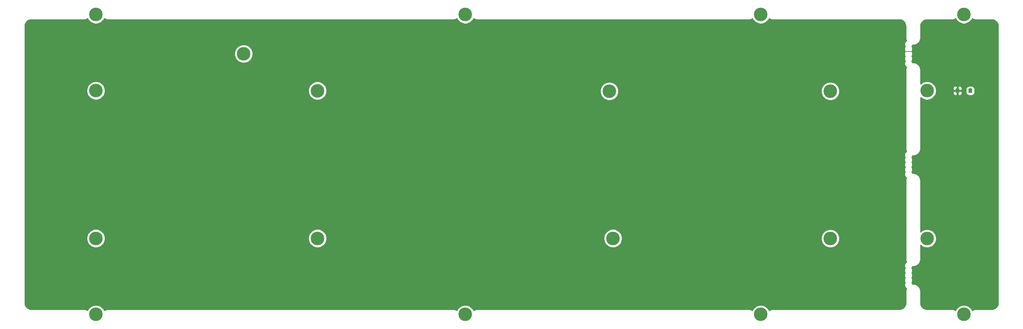
<source format=gbr>
G04 #@! TF.GenerationSoftware,KiCad,Pcbnew,(5.1.10-1-10_14)*
G04 #@! TF.CreationDate,2021-08-09T18:52:42-05:00*
G04 #@! TF.ProjectId,ori_bottom_plate,6f72695f-626f-4747-946f-6d5f706c6174,rev?*
G04 #@! TF.SameCoordinates,Original*
G04 #@! TF.FileFunction,Copper,L1,Top*
G04 #@! TF.FilePolarity,Positive*
%FSLAX46Y46*%
G04 Gerber Fmt 4.6, Leading zero omitted, Abs format (unit mm)*
G04 Created by KiCad (PCBNEW (5.1.10-1-10_14)) date 2021-08-09 18:52:42*
%MOMM*%
%LPD*%
G01*
G04 APERTURE LIST*
G04 #@! TA.AperFunction,ComponentPad*
%ADD10C,3.500000*%
G04 #@! TD*
G04 #@! TA.AperFunction,ViaPad*
%ADD11C,0.500000*%
G04 #@! TD*
G04 #@! TA.AperFunction,Conductor*
%ADD12C,0.250000*%
G04 #@! TD*
G04 #@! TA.AperFunction,Conductor*
%ADD13C,0.130000*%
G04 #@! TD*
G04 #@! TA.AperFunction,Conductor*
%ADD14C,0.254000*%
G04 #@! TD*
G04 #@! TA.AperFunction,Conductor*
%ADD15C,0.100000*%
G04 #@! TD*
G04 APERTURE END LIST*
D10*
X389361002Y-117264265D03*
X389361002Y-39873575D03*
X336973458Y-117264265D03*
X336973458Y-39873575D03*
X260773394Y-117264265D03*
X260773394Y-39873575D03*
X165523314Y-117264265D03*
X165523314Y-39873575D03*
G04 #@! TA.AperFunction,SMDPad,CuDef*
G36*
G01*
X388211370Y-59168840D02*
X388211370Y-59868840D01*
G75*
G02*
X387961370Y-60118840I-250000J0D01*
G01*
X387461370Y-60118840D01*
G75*
G02*
X387211370Y-59868840I0J250000D01*
G01*
X387211370Y-59168840D01*
G75*
G02*
X387461370Y-58918840I250000J0D01*
G01*
X387961370Y-58918840D01*
G75*
G02*
X388211370Y-59168840I0J-250000D01*
G01*
G37*
G04 #@! TD.AperFunction*
G04 #@! TA.AperFunction,SMDPad,CuDef*
G36*
G01*
X391511370Y-59168840D02*
X391511370Y-59868840D01*
G75*
G02*
X391261370Y-60118840I-250000J0D01*
G01*
X390761370Y-60118840D01*
G75*
G02*
X390511370Y-59868840I0J250000D01*
G01*
X390511370Y-59168840D01*
G75*
G02*
X390761370Y-58918840I250000J0D01*
G01*
X391261370Y-58918840D01*
G75*
G02*
X391511370Y-59168840I0J-250000D01*
G01*
G37*
G04 #@! TD.AperFunction*
X379836330Y-97659743D03*
X379836330Y-59518840D03*
X203623090Y-49993800D03*
X354920000Y-97660000D03*
X354920000Y-59660000D03*
X298848130Y-97631660D03*
X297920000Y-59660000D03*
X222647810Y-97631660D03*
X222647810Y-59531500D03*
X165523314Y-59518904D03*
X165497570Y-97631660D03*
D11*
X373287865Y-49398485D03*
X385194165Y-59518840D03*
D12*
X387711370Y-59518840D02*
X385194165Y-59518840D01*
D13*
X376859755Y-49398485D02*
X373287865Y-49398485D01*
D14*
X391559387Y-40919636D02*
X391612974Y-40955238D01*
X391666083Y-40991603D01*
X391674803Y-40996318D01*
X391777389Y-41050863D01*
X391836852Y-41075371D01*
X391896029Y-41100735D01*
X391905499Y-41103666D01*
X392016725Y-41137247D01*
X392079819Y-41149740D01*
X392142792Y-41163125D01*
X392152651Y-41164161D01*
X392268281Y-41175499D01*
X392268282Y-41175499D01*
X392302712Y-41178889D01*
X396470431Y-41178760D01*
X396829101Y-41213928D01*
X397140721Y-41308012D01*
X397428128Y-41460828D01*
X397680375Y-41666557D01*
X397887864Y-41917367D01*
X398042684Y-42203701D01*
X398138940Y-42514654D01*
X398176411Y-42871163D01*
X398176410Y-114253099D01*
X398141242Y-114611772D01*
X398047158Y-114923390D01*
X397894340Y-115210799D01*
X397688613Y-115463045D01*
X397437803Y-115670534D01*
X397151469Y-115825354D01*
X396840516Y-115921610D01*
X396484014Y-115959080D01*
X392302712Y-115958951D01*
X392272620Y-115961914D01*
X392269065Y-115961889D01*
X392259199Y-115962856D01*
X392202080Y-115968859D01*
X392198405Y-115969221D01*
X392198282Y-115969258D01*
X392143651Y-115975000D01*
X392080621Y-115987938D01*
X392017399Y-115999998D01*
X392007919Y-116002861D01*
X392007914Y-116002862D01*
X392007912Y-116002863D01*
X392007909Y-116002864D01*
X391896920Y-116037221D01*
X391837639Y-116062140D01*
X391777936Y-116086262D01*
X391769183Y-116090916D01*
X391666981Y-116146176D01*
X391613638Y-116182157D01*
X391559783Y-116217398D01*
X391552101Y-116223663D01*
X391521844Y-116248694D01*
X391474562Y-116134544D01*
X391213552Y-115743916D01*
X390881351Y-115411715D01*
X390490723Y-115150705D01*
X390056681Y-114970919D01*
X389595904Y-114879265D01*
X389126100Y-114879265D01*
X388665323Y-114970919D01*
X388231281Y-115150705D01*
X387840653Y-115411715D01*
X387508452Y-115743916D01*
X387247442Y-116134544D01*
X387200120Y-116248790D01*
X387162617Y-116218204D01*
X387109064Y-116182624D01*
X387055922Y-116146237D01*
X387047201Y-116141522D01*
X386944616Y-116086977D01*
X386885139Y-116062463D01*
X386825975Y-116037105D01*
X386816505Y-116034174D01*
X386705279Y-116000593D01*
X386642186Y-115988101D01*
X386579213Y-115974715D01*
X386569354Y-115973679D01*
X386453723Y-115962341D01*
X386453717Y-115962341D01*
X386419300Y-115958952D01*
X379871047Y-115959080D01*
X379512378Y-115923912D01*
X379200760Y-115829828D01*
X378913351Y-115677010D01*
X378661105Y-115471283D01*
X378453616Y-115220473D01*
X378298796Y-114934139D01*
X378202540Y-114623186D01*
X378165070Y-114266687D01*
X378165070Y-111276368D01*
X378161566Y-111240790D01*
X378161566Y-111225337D01*
X378160529Y-111215478D01*
X378134627Y-110984556D01*
X378121255Y-110921644D01*
X378108749Y-110858485D01*
X378105817Y-110849015D01*
X378035555Y-110627523D01*
X378010214Y-110568399D01*
X377985683Y-110508882D01*
X377980968Y-110500161D01*
X377869023Y-110296534D01*
X377832685Y-110243464D01*
X377797055Y-110189836D01*
X377790736Y-110182198D01*
X377641371Y-110004192D01*
X377595422Y-109959196D01*
X377550051Y-109913507D01*
X377542368Y-109907242D01*
X377361273Y-109761638D01*
X377307477Y-109726435D01*
X377254078Y-109690417D01*
X377245325Y-109685763D01*
X377039398Y-109578107D01*
X376979712Y-109553992D01*
X376920411Y-109529064D01*
X376910921Y-109526199D01*
X376688005Y-109460591D01*
X376624787Y-109448531D01*
X376561756Y-109435593D01*
X376551894Y-109434626D01*
X376551890Y-109434626D01*
X376320476Y-109413566D01*
X376256161Y-109414015D01*
X376191780Y-109413566D01*
X376181914Y-109414533D01*
X376058145Y-109427542D01*
X376043676Y-109354802D01*
X375965655Y-109166444D01*
X375875622Y-109031700D01*
X375965655Y-108896956D01*
X376043676Y-108708598D01*
X376083450Y-108508639D01*
X376083450Y-108304761D01*
X376043676Y-108104802D01*
X375965655Y-107916444D01*
X375875622Y-107781700D01*
X375965655Y-107646956D01*
X376043676Y-107458598D01*
X376083450Y-107258639D01*
X376083450Y-107054761D01*
X376043676Y-106854802D01*
X375965655Y-106666444D01*
X375875622Y-106531700D01*
X375965655Y-106396956D01*
X376043676Y-106208598D01*
X376083450Y-106008639D01*
X376083450Y-105804761D01*
X376043676Y-105604802D01*
X375965655Y-105416444D01*
X375875622Y-105281700D01*
X375965655Y-105146956D01*
X376043676Y-104958598D01*
X376063033Y-104861284D01*
X376208404Y-104874514D01*
X376272719Y-104874065D01*
X376337100Y-104874514D01*
X376346966Y-104873547D01*
X376578063Y-104849258D01*
X376641100Y-104836318D01*
X376704312Y-104824260D01*
X376713802Y-104821395D01*
X376935781Y-104752681D01*
X376995101Y-104727745D01*
X377054769Y-104703637D01*
X377063522Y-104698983D01*
X377267925Y-104588462D01*
X377321234Y-104552505D01*
X377375121Y-104517242D01*
X377382803Y-104510977D01*
X377561847Y-104362858D01*
X377607165Y-104317222D01*
X377653167Y-104272174D01*
X377659486Y-104264535D01*
X377806351Y-104084461D01*
X377841969Y-104030852D01*
X377878319Y-103977764D01*
X377883034Y-103969044D01*
X377992125Y-103763873D01*
X378016646Y-103704382D01*
X378041997Y-103645233D01*
X378044928Y-103635763D01*
X378112091Y-103413310D01*
X378124579Y-103350242D01*
X378137971Y-103287238D01*
X378139007Y-103277379D01*
X378161682Y-103046118D01*
X378161682Y-103046112D01*
X378165070Y-103011712D01*
X378165070Y-99361382D01*
X378315981Y-99512293D01*
X378706609Y-99773303D01*
X379140651Y-99953089D01*
X379601428Y-100044743D01*
X380071232Y-100044743D01*
X380532009Y-99953089D01*
X380966051Y-99773303D01*
X381356679Y-99512293D01*
X381688880Y-99180092D01*
X381949890Y-98789464D01*
X382129676Y-98355422D01*
X382221330Y-97894645D01*
X382221330Y-97424841D01*
X382129676Y-96964064D01*
X381949890Y-96530022D01*
X381688880Y-96139394D01*
X381356679Y-95807193D01*
X380966051Y-95546183D01*
X380532009Y-95366397D01*
X380071232Y-95274743D01*
X379601428Y-95274743D01*
X379140651Y-95366397D01*
X378706609Y-95546183D01*
X378315981Y-95807193D01*
X378165070Y-95958104D01*
X378165070Y-82701248D01*
X378161566Y-82665670D01*
X378161566Y-82650217D01*
X378160529Y-82640358D01*
X378134627Y-82409436D01*
X378121255Y-82346524D01*
X378108749Y-82283365D01*
X378105817Y-82273895D01*
X378035555Y-82052403D01*
X378010214Y-81993279D01*
X377985683Y-81933762D01*
X377980968Y-81925041D01*
X377869023Y-81721414D01*
X377832685Y-81668344D01*
X377797055Y-81614716D01*
X377790736Y-81607078D01*
X377641371Y-81429072D01*
X377595422Y-81384076D01*
X377550051Y-81338387D01*
X377542368Y-81332122D01*
X377361273Y-81186518D01*
X377307477Y-81151315D01*
X377254078Y-81115297D01*
X377245325Y-81110643D01*
X377039398Y-81002987D01*
X376979712Y-80978872D01*
X376920411Y-80953944D01*
X376910921Y-80951079D01*
X376688005Y-80885471D01*
X376624787Y-80873411D01*
X376561756Y-80860473D01*
X376551894Y-80859506D01*
X376551890Y-80859506D01*
X376320476Y-80838446D01*
X376256161Y-80838895D01*
X376191780Y-80838446D01*
X376181914Y-80839413D01*
X376058145Y-80852422D01*
X376043676Y-80779682D01*
X375965655Y-80591324D01*
X375875622Y-80456580D01*
X375965655Y-80321836D01*
X376043676Y-80133478D01*
X376083450Y-79933519D01*
X376083450Y-79729641D01*
X376043676Y-79529682D01*
X375965655Y-79341324D01*
X375875622Y-79206580D01*
X375965655Y-79071836D01*
X376043676Y-78883478D01*
X376083450Y-78683519D01*
X376083450Y-78479641D01*
X376043676Y-78279682D01*
X375965655Y-78091324D01*
X375875622Y-77956580D01*
X375965655Y-77821836D01*
X376043676Y-77633478D01*
X376083450Y-77433519D01*
X376083450Y-77229641D01*
X376043676Y-77029682D01*
X375965655Y-76841324D01*
X375875622Y-76706580D01*
X375965655Y-76571836D01*
X376043676Y-76383478D01*
X376063033Y-76286164D01*
X376208404Y-76299394D01*
X376272719Y-76298945D01*
X376337100Y-76299394D01*
X376346966Y-76298427D01*
X376578063Y-76274138D01*
X376641100Y-76261198D01*
X376704312Y-76249140D01*
X376713802Y-76246275D01*
X376935781Y-76177561D01*
X376995101Y-76152625D01*
X377054769Y-76128517D01*
X377063522Y-76123863D01*
X377267925Y-76013342D01*
X377321234Y-75977385D01*
X377375121Y-75942122D01*
X377382803Y-75935857D01*
X377561847Y-75787738D01*
X377607165Y-75742102D01*
X377653167Y-75697054D01*
X377659486Y-75689415D01*
X377806351Y-75509341D01*
X377841969Y-75455732D01*
X377878319Y-75402644D01*
X377883034Y-75393924D01*
X377992125Y-75188753D01*
X378016646Y-75129262D01*
X378041997Y-75070113D01*
X378044928Y-75060643D01*
X378112091Y-74838190D01*
X378124579Y-74775122D01*
X378137971Y-74712118D01*
X378139007Y-74702259D01*
X378161682Y-74470998D01*
X378161682Y-74470992D01*
X378165070Y-74436592D01*
X378165070Y-61220479D01*
X378315981Y-61371390D01*
X378706609Y-61632400D01*
X379140651Y-61812186D01*
X379601428Y-61903840D01*
X380071232Y-61903840D01*
X380532009Y-61812186D01*
X380966051Y-61632400D01*
X381356679Y-61371390D01*
X381688880Y-61039189D01*
X381949890Y-60648561D01*
X382129676Y-60214519D01*
X382148707Y-60118840D01*
X386573298Y-60118840D01*
X386585558Y-60243322D01*
X386621868Y-60363020D01*
X386680833Y-60473334D01*
X386760185Y-60570025D01*
X386856876Y-60649377D01*
X386967190Y-60708342D01*
X387086888Y-60744652D01*
X387211370Y-60756912D01*
X387425620Y-60753840D01*
X387584370Y-60595090D01*
X387584370Y-59645840D01*
X387838370Y-59645840D01*
X387838370Y-60595090D01*
X387997120Y-60753840D01*
X388211370Y-60756912D01*
X388335852Y-60744652D01*
X388455550Y-60708342D01*
X388565864Y-60649377D01*
X388662555Y-60570025D01*
X388741907Y-60473334D01*
X388800872Y-60363020D01*
X388837182Y-60243322D01*
X388849442Y-60118840D01*
X388846370Y-59804590D01*
X388687620Y-59645840D01*
X387838370Y-59645840D01*
X387584370Y-59645840D01*
X386735120Y-59645840D01*
X386576370Y-59804590D01*
X386573298Y-60118840D01*
X382148707Y-60118840D01*
X382221330Y-59753742D01*
X382221330Y-59283938D01*
X382148708Y-58918840D01*
X386573298Y-58918840D01*
X386576370Y-59233090D01*
X386735120Y-59391840D01*
X387584370Y-59391840D01*
X387584370Y-58442590D01*
X387838370Y-58442590D01*
X387838370Y-59391840D01*
X388687620Y-59391840D01*
X388846370Y-59233090D01*
X388846998Y-59168840D01*
X389873298Y-59168840D01*
X389873298Y-59868840D01*
X389890362Y-60042094D01*
X389940898Y-60208690D01*
X390022965Y-60362226D01*
X390133408Y-60496802D01*
X390267984Y-60607245D01*
X390421520Y-60689312D01*
X390588116Y-60739848D01*
X390761370Y-60756912D01*
X391261370Y-60756912D01*
X391434624Y-60739848D01*
X391601220Y-60689312D01*
X391754756Y-60607245D01*
X391889332Y-60496802D01*
X391999775Y-60362226D01*
X392081842Y-60208690D01*
X392132378Y-60042094D01*
X392149442Y-59868840D01*
X392149442Y-59168840D01*
X392132378Y-58995586D01*
X392081842Y-58828990D01*
X391999775Y-58675454D01*
X391889332Y-58540878D01*
X391754756Y-58430435D01*
X391601220Y-58348368D01*
X391434624Y-58297832D01*
X391261370Y-58280768D01*
X390761370Y-58280768D01*
X390588116Y-58297832D01*
X390421520Y-58348368D01*
X390267984Y-58430435D01*
X390133408Y-58540878D01*
X390022965Y-58675454D01*
X389940898Y-58828990D01*
X389890362Y-58995586D01*
X389873298Y-59168840D01*
X388846998Y-59168840D01*
X388849442Y-58918840D01*
X388837182Y-58794358D01*
X388800872Y-58674660D01*
X388741907Y-58564346D01*
X388662555Y-58467655D01*
X388565864Y-58388303D01*
X388455550Y-58329338D01*
X388335852Y-58293028D01*
X388211370Y-58280768D01*
X387997120Y-58283840D01*
X387838370Y-58442590D01*
X387584370Y-58442590D01*
X387425620Y-58283840D01*
X387211370Y-58280768D01*
X387086888Y-58293028D01*
X386967190Y-58329338D01*
X386856876Y-58388303D01*
X386760185Y-58467655D01*
X386680833Y-58564346D01*
X386621868Y-58674660D01*
X386585558Y-58794358D01*
X386573298Y-58918840D01*
X382148708Y-58918840D01*
X382129676Y-58823161D01*
X381949890Y-58389119D01*
X381688880Y-57998491D01*
X381356679Y-57666290D01*
X380966051Y-57405280D01*
X380532009Y-57225494D01*
X380071232Y-57133840D01*
X379601428Y-57133840D01*
X379140651Y-57225494D01*
X378706609Y-57405280D01*
X378315981Y-57666290D01*
X378165070Y-57817201D01*
X378165070Y-54126128D01*
X378161566Y-54090550D01*
X378161566Y-54075097D01*
X378160529Y-54065238D01*
X378134627Y-53834316D01*
X378121255Y-53771404D01*
X378108749Y-53708245D01*
X378105817Y-53698775D01*
X378035555Y-53477283D01*
X378010214Y-53418159D01*
X377985683Y-53358642D01*
X377980968Y-53349921D01*
X377869023Y-53146294D01*
X377832685Y-53093224D01*
X377797055Y-53039596D01*
X377790736Y-53031958D01*
X377641371Y-52853952D01*
X377595422Y-52808956D01*
X377550051Y-52763267D01*
X377542368Y-52757002D01*
X377361273Y-52611398D01*
X377307477Y-52576195D01*
X377254078Y-52540177D01*
X377245325Y-52535523D01*
X377039398Y-52427867D01*
X376979712Y-52403752D01*
X376920411Y-52378824D01*
X376910921Y-52375959D01*
X376688005Y-52310351D01*
X376624787Y-52298291D01*
X376561756Y-52285353D01*
X376551894Y-52284386D01*
X376551890Y-52284386D01*
X376320476Y-52263326D01*
X376256161Y-52263775D01*
X376191780Y-52263326D01*
X376181914Y-52264293D01*
X376060611Y-52277042D01*
X376043676Y-52191902D01*
X375965655Y-52003544D01*
X375875622Y-51868800D01*
X375965655Y-51734056D01*
X376043676Y-51545698D01*
X376083450Y-51345739D01*
X376083450Y-51141861D01*
X376043676Y-50941902D01*
X375965655Y-50753544D01*
X375875622Y-50618800D01*
X375965655Y-50484056D01*
X376043676Y-50295698D01*
X376083450Y-50095739D01*
X376083450Y-49891861D01*
X376043676Y-49691902D01*
X375965655Y-49503544D01*
X375875622Y-49368800D01*
X375965655Y-49234056D01*
X376043676Y-49045698D01*
X376083450Y-48845739D01*
X376083450Y-48641861D01*
X376043676Y-48441902D01*
X375965655Y-48253544D01*
X375875622Y-48118800D01*
X375965655Y-47984056D01*
X376043676Y-47795698D01*
X376060559Y-47710819D01*
X376208404Y-47724274D01*
X376272719Y-47723825D01*
X376337100Y-47724274D01*
X376346966Y-47723307D01*
X376578063Y-47699018D01*
X376641100Y-47686078D01*
X376704312Y-47674020D01*
X376713802Y-47671155D01*
X376935781Y-47602441D01*
X376995101Y-47577505D01*
X377054769Y-47553397D01*
X377063522Y-47548743D01*
X377267925Y-47438222D01*
X377321234Y-47402265D01*
X377375121Y-47367002D01*
X377382803Y-47360737D01*
X377561847Y-47212618D01*
X377607165Y-47166982D01*
X377653167Y-47121934D01*
X377659486Y-47114295D01*
X377806351Y-46934221D01*
X377841969Y-46880612D01*
X377878319Y-46827524D01*
X377883034Y-46818804D01*
X377992125Y-46613633D01*
X378016646Y-46554142D01*
X378041997Y-46494993D01*
X378044928Y-46485523D01*
X378112091Y-46263070D01*
X378124579Y-46200002D01*
X378137971Y-46136998D01*
X378139007Y-46127139D01*
X378161682Y-45895878D01*
X378161682Y-45895872D01*
X378165070Y-45861472D01*
X378165070Y-42884741D01*
X378200238Y-42526069D01*
X378294322Y-42214449D01*
X378447138Y-41927042D01*
X378652867Y-41674795D01*
X378903677Y-41467306D01*
X379190011Y-41312486D01*
X379500964Y-41216230D01*
X379857462Y-41178760D01*
X386419300Y-41178888D01*
X386449379Y-41175926D01*
X386452939Y-41175951D01*
X386462805Y-41174984D01*
X386520094Y-41168963D01*
X386523607Y-41168617D01*
X386523725Y-41168581D01*
X386578352Y-41162840D01*
X386641375Y-41149904D01*
X386704605Y-41137842D01*
X386714085Y-41134979D01*
X386714090Y-41134978D01*
X386714094Y-41134976D01*
X386825084Y-41100619D01*
X386884365Y-41075700D01*
X386944068Y-41051578D01*
X386952821Y-41046924D01*
X387055023Y-40991663D01*
X387108340Y-40955701D01*
X387162221Y-40920442D01*
X387169903Y-40914177D01*
X387200160Y-40889146D01*
X387247442Y-41003296D01*
X387508452Y-41393924D01*
X387840653Y-41726125D01*
X388231281Y-41987135D01*
X388665323Y-42166921D01*
X389126100Y-42258575D01*
X389595904Y-42258575D01*
X390056681Y-42166921D01*
X390490723Y-41987135D01*
X390881351Y-41726125D01*
X391213552Y-41393924D01*
X391474562Y-41003296D01*
X391521884Y-40889050D01*
X391559387Y-40919636D01*
G04 #@! TA.AperFunction,Conductor*
D15*
G36*
X391559387Y-40919636D02*
G01*
X391612974Y-40955238D01*
X391666083Y-40991603D01*
X391674803Y-40996318D01*
X391777389Y-41050863D01*
X391836852Y-41075371D01*
X391896029Y-41100735D01*
X391905499Y-41103666D01*
X392016725Y-41137247D01*
X392079819Y-41149740D01*
X392142792Y-41163125D01*
X392152651Y-41164161D01*
X392268281Y-41175499D01*
X392268282Y-41175499D01*
X392302712Y-41178889D01*
X396470431Y-41178760D01*
X396829101Y-41213928D01*
X397140721Y-41308012D01*
X397428128Y-41460828D01*
X397680375Y-41666557D01*
X397887864Y-41917367D01*
X398042684Y-42203701D01*
X398138940Y-42514654D01*
X398176411Y-42871163D01*
X398176410Y-114253099D01*
X398141242Y-114611772D01*
X398047158Y-114923390D01*
X397894340Y-115210799D01*
X397688613Y-115463045D01*
X397437803Y-115670534D01*
X397151469Y-115825354D01*
X396840516Y-115921610D01*
X396484014Y-115959080D01*
X392302712Y-115958951D01*
X392272620Y-115961914D01*
X392269065Y-115961889D01*
X392259199Y-115962856D01*
X392202080Y-115968859D01*
X392198405Y-115969221D01*
X392198282Y-115969258D01*
X392143651Y-115975000D01*
X392080621Y-115987938D01*
X392017399Y-115999998D01*
X392007919Y-116002861D01*
X392007914Y-116002862D01*
X392007912Y-116002863D01*
X392007909Y-116002864D01*
X391896920Y-116037221D01*
X391837639Y-116062140D01*
X391777936Y-116086262D01*
X391769183Y-116090916D01*
X391666981Y-116146176D01*
X391613638Y-116182157D01*
X391559783Y-116217398D01*
X391552101Y-116223663D01*
X391521844Y-116248694D01*
X391474562Y-116134544D01*
X391213552Y-115743916D01*
X390881351Y-115411715D01*
X390490723Y-115150705D01*
X390056681Y-114970919D01*
X389595904Y-114879265D01*
X389126100Y-114879265D01*
X388665323Y-114970919D01*
X388231281Y-115150705D01*
X387840653Y-115411715D01*
X387508452Y-115743916D01*
X387247442Y-116134544D01*
X387200120Y-116248790D01*
X387162617Y-116218204D01*
X387109064Y-116182624D01*
X387055922Y-116146237D01*
X387047201Y-116141522D01*
X386944616Y-116086977D01*
X386885139Y-116062463D01*
X386825975Y-116037105D01*
X386816505Y-116034174D01*
X386705279Y-116000593D01*
X386642186Y-115988101D01*
X386579213Y-115974715D01*
X386569354Y-115973679D01*
X386453723Y-115962341D01*
X386453717Y-115962341D01*
X386419300Y-115958952D01*
X379871047Y-115959080D01*
X379512378Y-115923912D01*
X379200760Y-115829828D01*
X378913351Y-115677010D01*
X378661105Y-115471283D01*
X378453616Y-115220473D01*
X378298796Y-114934139D01*
X378202540Y-114623186D01*
X378165070Y-114266687D01*
X378165070Y-111276368D01*
X378161566Y-111240790D01*
X378161566Y-111225337D01*
X378160529Y-111215478D01*
X378134627Y-110984556D01*
X378121255Y-110921644D01*
X378108749Y-110858485D01*
X378105817Y-110849015D01*
X378035555Y-110627523D01*
X378010214Y-110568399D01*
X377985683Y-110508882D01*
X377980968Y-110500161D01*
X377869023Y-110296534D01*
X377832685Y-110243464D01*
X377797055Y-110189836D01*
X377790736Y-110182198D01*
X377641371Y-110004192D01*
X377595422Y-109959196D01*
X377550051Y-109913507D01*
X377542368Y-109907242D01*
X377361273Y-109761638D01*
X377307477Y-109726435D01*
X377254078Y-109690417D01*
X377245325Y-109685763D01*
X377039398Y-109578107D01*
X376979712Y-109553992D01*
X376920411Y-109529064D01*
X376910921Y-109526199D01*
X376688005Y-109460591D01*
X376624787Y-109448531D01*
X376561756Y-109435593D01*
X376551894Y-109434626D01*
X376551890Y-109434626D01*
X376320476Y-109413566D01*
X376256161Y-109414015D01*
X376191780Y-109413566D01*
X376181914Y-109414533D01*
X376058145Y-109427542D01*
X376043676Y-109354802D01*
X375965655Y-109166444D01*
X375875622Y-109031700D01*
X375965655Y-108896956D01*
X376043676Y-108708598D01*
X376083450Y-108508639D01*
X376083450Y-108304761D01*
X376043676Y-108104802D01*
X375965655Y-107916444D01*
X375875622Y-107781700D01*
X375965655Y-107646956D01*
X376043676Y-107458598D01*
X376083450Y-107258639D01*
X376083450Y-107054761D01*
X376043676Y-106854802D01*
X375965655Y-106666444D01*
X375875622Y-106531700D01*
X375965655Y-106396956D01*
X376043676Y-106208598D01*
X376083450Y-106008639D01*
X376083450Y-105804761D01*
X376043676Y-105604802D01*
X375965655Y-105416444D01*
X375875622Y-105281700D01*
X375965655Y-105146956D01*
X376043676Y-104958598D01*
X376063033Y-104861284D01*
X376208404Y-104874514D01*
X376272719Y-104874065D01*
X376337100Y-104874514D01*
X376346966Y-104873547D01*
X376578063Y-104849258D01*
X376641100Y-104836318D01*
X376704312Y-104824260D01*
X376713802Y-104821395D01*
X376935781Y-104752681D01*
X376995101Y-104727745D01*
X377054769Y-104703637D01*
X377063522Y-104698983D01*
X377267925Y-104588462D01*
X377321234Y-104552505D01*
X377375121Y-104517242D01*
X377382803Y-104510977D01*
X377561847Y-104362858D01*
X377607165Y-104317222D01*
X377653167Y-104272174D01*
X377659486Y-104264535D01*
X377806351Y-104084461D01*
X377841969Y-104030852D01*
X377878319Y-103977764D01*
X377883034Y-103969044D01*
X377992125Y-103763873D01*
X378016646Y-103704382D01*
X378041997Y-103645233D01*
X378044928Y-103635763D01*
X378112091Y-103413310D01*
X378124579Y-103350242D01*
X378137971Y-103287238D01*
X378139007Y-103277379D01*
X378161682Y-103046118D01*
X378161682Y-103046112D01*
X378165070Y-103011712D01*
X378165070Y-99361382D01*
X378315981Y-99512293D01*
X378706609Y-99773303D01*
X379140651Y-99953089D01*
X379601428Y-100044743D01*
X380071232Y-100044743D01*
X380532009Y-99953089D01*
X380966051Y-99773303D01*
X381356679Y-99512293D01*
X381688880Y-99180092D01*
X381949890Y-98789464D01*
X382129676Y-98355422D01*
X382221330Y-97894645D01*
X382221330Y-97424841D01*
X382129676Y-96964064D01*
X381949890Y-96530022D01*
X381688880Y-96139394D01*
X381356679Y-95807193D01*
X380966051Y-95546183D01*
X380532009Y-95366397D01*
X380071232Y-95274743D01*
X379601428Y-95274743D01*
X379140651Y-95366397D01*
X378706609Y-95546183D01*
X378315981Y-95807193D01*
X378165070Y-95958104D01*
X378165070Y-82701248D01*
X378161566Y-82665670D01*
X378161566Y-82650217D01*
X378160529Y-82640358D01*
X378134627Y-82409436D01*
X378121255Y-82346524D01*
X378108749Y-82283365D01*
X378105817Y-82273895D01*
X378035555Y-82052403D01*
X378010214Y-81993279D01*
X377985683Y-81933762D01*
X377980968Y-81925041D01*
X377869023Y-81721414D01*
X377832685Y-81668344D01*
X377797055Y-81614716D01*
X377790736Y-81607078D01*
X377641371Y-81429072D01*
X377595422Y-81384076D01*
X377550051Y-81338387D01*
X377542368Y-81332122D01*
X377361273Y-81186518D01*
X377307477Y-81151315D01*
X377254078Y-81115297D01*
X377245325Y-81110643D01*
X377039398Y-81002987D01*
X376979712Y-80978872D01*
X376920411Y-80953944D01*
X376910921Y-80951079D01*
X376688005Y-80885471D01*
X376624787Y-80873411D01*
X376561756Y-80860473D01*
X376551894Y-80859506D01*
X376551890Y-80859506D01*
X376320476Y-80838446D01*
X376256161Y-80838895D01*
X376191780Y-80838446D01*
X376181914Y-80839413D01*
X376058145Y-80852422D01*
X376043676Y-80779682D01*
X375965655Y-80591324D01*
X375875622Y-80456580D01*
X375965655Y-80321836D01*
X376043676Y-80133478D01*
X376083450Y-79933519D01*
X376083450Y-79729641D01*
X376043676Y-79529682D01*
X375965655Y-79341324D01*
X375875622Y-79206580D01*
X375965655Y-79071836D01*
X376043676Y-78883478D01*
X376083450Y-78683519D01*
X376083450Y-78479641D01*
X376043676Y-78279682D01*
X375965655Y-78091324D01*
X375875622Y-77956580D01*
X375965655Y-77821836D01*
X376043676Y-77633478D01*
X376083450Y-77433519D01*
X376083450Y-77229641D01*
X376043676Y-77029682D01*
X375965655Y-76841324D01*
X375875622Y-76706580D01*
X375965655Y-76571836D01*
X376043676Y-76383478D01*
X376063033Y-76286164D01*
X376208404Y-76299394D01*
X376272719Y-76298945D01*
X376337100Y-76299394D01*
X376346966Y-76298427D01*
X376578063Y-76274138D01*
X376641100Y-76261198D01*
X376704312Y-76249140D01*
X376713802Y-76246275D01*
X376935781Y-76177561D01*
X376995101Y-76152625D01*
X377054769Y-76128517D01*
X377063522Y-76123863D01*
X377267925Y-76013342D01*
X377321234Y-75977385D01*
X377375121Y-75942122D01*
X377382803Y-75935857D01*
X377561847Y-75787738D01*
X377607165Y-75742102D01*
X377653167Y-75697054D01*
X377659486Y-75689415D01*
X377806351Y-75509341D01*
X377841969Y-75455732D01*
X377878319Y-75402644D01*
X377883034Y-75393924D01*
X377992125Y-75188753D01*
X378016646Y-75129262D01*
X378041997Y-75070113D01*
X378044928Y-75060643D01*
X378112091Y-74838190D01*
X378124579Y-74775122D01*
X378137971Y-74712118D01*
X378139007Y-74702259D01*
X378161682Y-74470998D01*
X378161682Y-74470992D01*
X378165070Y-74436592D01*
X378165070Y-61220479D01*
X378315981Y-61371390D01*
X378706609Y-61632400D01*
X379140651Y-61812186D01*
X379601428Y-61903840D01*
X380071232Y-61903840D01*
X380532009Y-61812186D01*
X380966051Y-61632400D01*
X381356679Y-61371390D01*
X381688880Y-61039189D01*
X381949890Y-60648561D01*
X382129676Y-60214519D01*
X382148707Y-60118840D01*
X386573298Y-60118840D01*
X386585558Y-60243322D01*
X386621868Y-60363020D01*
X386680833Y-60473334D01*
X386760185Y-60570025D01*
X386856876Y-60649377D01*
X386967190Y-60708342D01*
X387086888Y-60744652D01*
X387211370Y-60756912D01*
X387425620Y-60753840D01*
X387584370Y-60595090D01*
X387584370Y-59645840D01*
X387838370Y-59645840D01*
X387838370Y-60595090D01*
X387997120Y-60753840D01*
X388211370Y-60756912D01*
X388335852Y-60744652D01*
X388455550Y-60708342D01*
X388565864Y-60649377D01*
X388662555Y-60570025D01*
X388741907Y-60473334D01*
X388800872Y-60363020D01*
X388837182Y-60243322D01*
X388849442Y-60118840D01*
X388846370Y-59804590D01*
X388687620Y-59645840D01*
X387838370Y-59645840D01*
X387584370Y-59645840D01*
X386735120Y-59645840D01*
X386576370Y-59804590D01*
X386573298Y-60118840D01*
X382148707Y-60118840D01*
X382221330Y-59753742D01*
X382221330Y-59283938D01*
X382148708Y-58918840D01*
X386573298Y-58918840D01*
X386576370Y-59233090D01*
X386735120Y-59391840D01*
X387584370Y-59391840D01*
X387584370Y-58442590D01*
X387838370Y-58442590D01*
X387838370Y-59391840D01*
X388687620Y-59391840D01*
X388846370Y-59233090D01*
X388846998Y-59168840D01*
X389873298Y-59168840D01*
X389873298Y-59868840D01*
X389890362Y-60042094D01*
X389940898Y-60208690D01*
X390022965Y-60362226D01*
X390133408Y-60496802D01*
X390267984Y-60607245D01*
X390421520Y-60689312D01*
X390588116Y-60739848D01*
X390761370Y-60756912D01*
X391261370Y-60756912D01*
X391434624Y-60739848D01*
X391601220Y-60689312D01*
X391754756Y-60607245D01*
X391889332Y-60496802D01*
X391999775Y-60362226D01*
X392081842Y-60208690D01*
X392132378Y-60042094D01*
X392149442Y-59868840D01*
X392149442Y-59168840D01*
X392132378Y-58995586D01*
X392081842Y-58828990D01*
X391999775Y-58675454D01*
X391889332Y-58540878D01*
X391754756Y-58430435D01*
X391601220Y-58348368D01*
X391434624Y-58297832D01*
X391261370Y-58280768D01*
X390761370Y-58280768D01*
X390588116Y-58297832D01*
X390421520Y-58348368D01*
X390267984Y-58430435D01*
X390133408Y-58540878D01*
X390022965Y-58675454D01*
X389940898Y-58828990D01*
X389890362Y-58995586D01*
X389873298Y-59168840D01*
X388846998Y-59168840D01*
X388849442Y-58918840D01*
X388837182Y-58794358D01*
X388800872Y-58674660D01*
X388741907Y-58564346D01*
X388662555Y-58467655D01*
X388565864Y-58388303D01*
X388455550Y-58329338D01*
X388335852Y-58293028D01*
X388211370Y-58280768D01*
X387997120Y-58283840D01*
X387838370Y-58442590D01*
X387584370Y-58442590D01*
X387425620Y-58283840D01*
X387211370Y-58280768D01*
X387086888Y-58293028D01*
X386967190Y-58329338D01*
X386856876Y-58388303D01*
X386760185Y-58467655D01*
X386680833Y-58564346D01*
X386621868Y-58674660D01*
X386585558Y-58794358D01*
X386573298Y-58918840D01*
X382148708Y-58918840D01*
X382129676Y-58823161D01*
X381949890Y-58389119D01*
X381688880Y-57998491D01*
X381356679Y-57666290D01*
X380966051Y-57405280D01*
X380532009Y-57225494D01*
X380071232Y-57133840D01*
X379601428Y-57133840D01*
X379140651Y-57225494D01*
X378706609Y-57405280D01*
X378315981Y-57666290D01*
X378165070Y-57817201D01*
X378165070Y-54126128D01*
X378161566Y-54090550D01*
X378161566Y-54075097D01*
X378160529Y-54065238D01*
X378134627Y-53834316D01*
X378121255Y-53771404D01*
X378108749Y-53708245D01*
X378105817Y-53698775D01*
X378035555Y-53477283D01*
X378010214Y-53418159D01*
X377985683Y-53358642D01*
X377980968Y-53349921D01*
X377869023Y-53146294D01*
X377832685Y-53093224D01*
X377797055Y-53039596D01*
X377790736Y-53031958D01*
X377641371Y-52853952D01*
X377595422Y-52808956D01*
X377550051Y-52763267D01*
X377542368Y-52757002D01*
X377361273Y-52611398D01*
X377307477Y-52576195D01*
X377254078Y-52540177D01*
X377245325Y-52535523D01*
X377039398Y-52427867D01*
X376979712Y-52403752D01*
X376920411Y-52378824D01*
X376910921Y-52375959D01*
X376688005Y-52310351D01*
X376624787Y-52298291D01*
X376561756Y-52285353D01*
X376551894Y-52284386D01*
X376551890Y-52284386D01*
X376320476Y-52263326D01*
X376256161Y-52263775D01*
X376191780Y-52263326D01*
X376181914Y-52264293D01*
X376060611Y-52277042D01*
X376043676Y-52191902D01*
X375965655Y-52003544D01*
X375875622Y-51868800D01*
X375965655Y-51734056D01*
X376043676Y-51545698D01*
X376083450Y-51345739D01*
X376083450Y-51141861D01*
X376043676Y-50941902D01*
X375965655Y-50753544D01*
X375875622Y-50618800D01*
X375965655Y-50484056D01*
X376043676Y-50295698D01*
X376083450Y-50095739D01*
X376083450Y-49891861D01*
X376043676Y-49691902D01*
X375965655Y-49503544D01*
X375875622Y-49368800D01*
X375965655Y-49234056D01*
X376043676Y-49045698D01*
X376083450Y-48845739D01*
X376083450Y-48641861D01*
X376043676Y-48441902D01*
X375965655Y-48253544D01*
X375875622Y-48118800D01*
X375965655Y-47984056D01*
X376043676Y-47795698D01*
X376060559Y-47710819D01*
X376208404Y-47724274D01*
X376272719Y-47723825D01*
X376337100Y-47724274D01*
X376346966Y-47723307D01*
X376578063Y-47699018D01*
X376641100Y-47686078D01*
X376704312Y-47674020D01*
X376713802Y-47671155D01*
X376935781Y-47602441D01*
X376995101Y-47577505D01*
X377054769Y-47553397D01*
X377063522Y-47548743D01*
X377267925Y-47438222D01*
X377321234Y-47402265D01*
X377375121Y-47367002D01*
X377382803Y-47360737D01*
X377561847Y-47212618D01*
X377607165Y-47166982D01*
X377653167Y-47121934D01*
X377659486Y-47114295D01*
X377806351Y-46934221D01*
X377841969Y-46880612D01*
X377878319Y-46827524D01*
X377883034Y-46818804D01*
X377992125Y-46613633D01*
X378016646Y-46554142D01*
X378041997Y-46494993D01*
X378044928Y-46485523D01*
X378112091Y-46263070D01*
X378124579Y-46200002D01*
X378137971Y-46136998D01*
X378139007Y-46127139D01*
X378161682Y-45895878D01*
X378161682Y-45895872D01*
X378165070Y-45861472D01*
X378165070Y-42884741D01*
X378200238Y-42526069D01*
X378294322Y-42214449D01*
X378447138Y-41927042D01*
X378652867Y-41674795D01*
X378903677Y-41467306D01*
X379190011Y-41312486D01*
X379500964Y-41216230D01*
X379857462Y-41178760D01*
X386419300Y-41178888D01*
X386449379Y-41175926D01*
X386452939Y-41175951D01*
X386462805Y-41174984D01*
X386520094Y-41168963D01*
X386523607Y-41168617D01*
X386523725Y-41168581D01*
X386578352Y-41162840D01*
X386641375Y-41149904D01*
X386704605Y-41137842D01*
X386714085Y-41134979D01*
X386714090Y-41134978D01*
X386714094Y-41134976D01*
X386825084Y-41100619D01*
X386884365Y-41075700D01*
X386944068Y-41051578D01*
X386952821Y-41046924D01*
X387055023Y-40991663D01*
X387108340Y-40955701D01*
X387162221Y-40920442D01*
X387169903Y-40914177D01*
X387200160Y-40889146D01*
X387247442Y-41003296D01*
X387508452Y-41393924D01*
X387840653Y-41726125D01*
X388231281Y-41987135D01*
X388665323Y-42166921D01*
X389126100Y-42258575D01*
X389595904Y-42258575D01*
X390056681Y-42166921D01*
X390490723Y-41987135D01*
X390881351Y-41726125D01*
X391213552Y-41393924D01*
X391474562Y-41003296D01*
X391521884Y-40889050D01*
X391559387Y-40919636D01*
G37*
G04 #@! TD.AperFunction*
D14*
X339171843Y-40919636D02*
X339225430Y-40955238D01*
X339278539Y-40991603D01*
X339287259Y-40996318D01*
X339389845Y-41050863D01*
X339449308Y-41075371D01*
X339508485Y-41100735D01*
X339517955Y-41103666D01*
X339629181Y-41137247D01*
X339692275Y-41149740D01*
X339755248Y-41163125D01*
X339765107Y-41164161D01*
X339880737Y-41175499D01*
X339880739Y-41175499D01*
X339915149Y-41178888D01*
X372657822Y-41178759D01*
X373016501Y-41213928D01*
X373328121Y-41308012D01*
X373615528Y-41460828D01*
X373867775Y-41666557D01*
X374075264Y-41917367D01*
X374230084Y-42203701D01*
X374326340Y-42514654D01*
X374363810Y-42871153D01*
X374363811Y-45861472D01*
X374367314Y-45897040D01*
X374367314Y-45912503D01*
X374368351Y-45922362D01*
X374394253Y-46153284D01*
X374407625Y-46216196D01*
X374420131Y-46279355D01*
X374423063Y-46288824D01*
X374493325Y-46510317D01*
X374518666Y-46569441D01*
X374529513Y-46595759D01*
X374388676Y-46689863D01*
X374244513Y-46834026D01*
X374131245Y-47003544D01*
X374053224Y-47191902D01*
X374013450Y-47391861D01*
X374013450Y-47595739D01*
X374053224Y-47795698D01*
X374131245Y-47984056D01*
X374221278Y-48118800D01*
X374131245Y-48253544D01*
X374053224Y-48441902D01*
X374013450Y-48641861D01*
X374013450Y-48845739D01*
X374053224Y-49045698D01*
X374131245Y-49234056D01*
X374221278Y-49368800D01*
X374131245Y-49503544D01*
X374053224Y-49691902D01*
X374013450Y-49891861D01*
X374013450Y-50095739D01*
X374053224Y-50295698D01*
X374131245Y-50484056D01*
X374221278Y-50618800D01*
X374131245Y-50753544D01*
X374053224Y-50941902D01*
X374013450Y-51141861D01*
X374013450Y-51345739D01*
X374053224Y-51545698D01*
X374131245Y-51734056D01*
X374221278Y-51868800D01*
X374131245Y-52003544D01*
X374053224Y-52191902D01*
X374013450Y-52391861D01*
X374013450Y-52595739D01*
X374053224Y-52795698D01*
X374131245Y-52984056D01*
X374244513Y-53153574D01*
X374388676Y-53297737D01*
X374529415Y-53391775D01*
X374512234Y-53433458D01*
X374486883Y-53492607D01*
X374483952Y-53502077D01*
X374416789Y-53724530D01*
X374404300Y-53787605D01*
X374390909Y-53850602D01*
X374389873Y-53860461D01*
X374367198Y-54091722D01*
X374367198Y-54091729D01*
X374363810Y-54126129D01*
X374363811Y-74436592D01*
X374367314Y-74472160D01*
X374367314Y-74487623D01*
X374368351Y-74497482D01*
X374394253Y-74728404D01*
X374407625Y-74791316D01*
X374420131Y-74854475D01*
X374423063Y-74863944D01*
X374493325Y-75085437D01*
X374518666Y-75144561D01*
X374533605Y-75180805D01*
X374388676Y-75277643D01*
X374244513Y-75421806D01*
X374131245Y-75591324D01*
X374053224Y-75779682D01*
X374013450Y-75979641D01*
X374013450Y-76183519D01*
X374053224Y-76383478D01*
X374131245Y-76571836D01*
X374221278Y-76706580D01*
X374131245Y-76841324D01*
X374053224Y-77029682D01*
X374013450Y-77229641D01*
X374013450Y-77433519D01*
X374053224Y-77633478D01*
X374131245Y-77821836D01*
X374221278Y-77956580D01*
X374131245Y-78091324D01*
X374053224Y-78279682D01*
X374013450Y-78479641D01*
X374013450Y-78683519D01*
X374053224Y-78883478D01*
X374131245Y-79071836D01*
X374221278Y-79206580D01*
X374131245Y-79341324D01*
X374053224Y-79529682D01*
X374013450Y-79729641D01*
X374013450Y-79933519D01*
X374053224Y-80133478D01*
X374131245Y-80321836D01*
X374221278Y-80456580D01*
X374131245Y-80591324D01*
X374053224Y-80779682D01*
X374013450Y-80979641D01*
X374013450Y-81183519D01*
X374053224Y-81383478D01*
X374131245Y-81571836D01*
X374244513Y-81741354D01*
X374388676Y-81885517D01*
X374525324Y-81976822D01*
X374512234Y-82008578D01*
X374486883Y-82067727D01*
X374483952Y-82077197D01*
X374416789Y-82299650D01*
X374404300Y-82362725D01*
X374390909Y-82425722D01*
X374389873Y-82435581D01*
X374367198Y-82666842D01*
X374367198Y-82666849D01*
X374363810Y-82701249D01*
X374363811Y-103011712D01*
X374367314Y-103047280D01*
X374367314Y-103062743D01*
X374368351Y-103072602D01*
X374394253Y-103303524D01*
X374407625Y-103366436D01*
X374420131Y-103429595D01*
X374423063Y-103439064D01*
X374493325Y-103660557D01*
X374518666Y-103719681D01*
X374533605Y-103755925D01*
X374388676Y-103852763D01*
X374244513Y-103996926D01*
X374131245Y-104166444D01*
X374053224Y-104354802D01*
X374013450Y-104554761D01*
X374013450Y-104758639D01*
X374053224Y-104958598D01*
X374131245Y-105146956D01*
X374221278Y-105281700D01*
X374131245Y-105416444D01*
X374053224Y-105604802D01*
X374013450Y-105804761D01*
X374013450Y-106008639D01*
X374053224Y-106208598D01*
X374131245Y-106396956D01*
X374221278Y-106531700D01*
X374131245Y-106666444D01*
X374053224Y-106854802D01*
X374013450Y-107054761D01*
X374013450Y-107258639D01*
X374053224Y-107458598D01*
X374131245Y-107646956D01*
X374221278Y-107781700D01*
X374131245Y-107916444D01*
X374053224Y-108104802D01*
X374013450Y-108304761D01*
X374013450Y-108508639D01*
X374053224Y-108708598D01*
X374131245Y-108896956D01*
X374221278Y-109031700D01*
X374131245Y-109166444D01*
X374053224Y-109354802D01*
X374013450Y-109554761D01*
X374013450Y-109758639D01*
X374053224Y-109958598D01*
X374131245Y-110146956D01*
X374244513Y-110316474D01*
X374388676Y-110460637D01*
X374525324Y-110551942D01*
X374512234Y-110583698D01*
X374486883Y-110642847D01*
X374483952Y-110652317D01*
X374416789Y-110874770D01*
X374404300Y-110937845D01*
X374390909Y-111000842D01*
X374389873Y-111010701D01*
X374367198Y-111241962D01*
X374367198Y-111241969D01*
X374363810Y-111276369D01*
X374363811Y-114253089D01*
X374328642Y-114611772D01*
X374234558Y-114923390D01*
X374081740Y-115210799D01*
X373876013Y-115463045D01*
X373625203Y-115670534D01*
X373338869Y-115825354D01*
X373027916Y-115921610D01*
X372671409Y-115959081D01*
X339915149Y-115958952D01*
X339885076Y-115961914D01*
X339881521Y-115961889D01*
X339871655Y-115962856D01*
X339814230Y-115968891D01*
X339810842Y-115969225D01*
X339810729Y-115969259D01*
X339756107Y-115975000D01*
X339693077Y-115987938D01*
X339629855Y-115999998D01*
X339620375Y-116002861D01*
X339620370Y-116002862D01*
X339620368Y-116002863D01*
X339620365Y-116002864D01*
X339509376Y-116037221D01*
X339450095Y-116062140D01*
X339390392Y-116086262D01*
X339381639Y-116090916D01*
X339279437Y-116146176D01*
X339226094Y-116182157D01*
X339172239Y-116217398D01*
X339164557Y-116223663D01*
X339134300Y-116248694D01*
X339087018Y-116134544D01*
X338826008Y-115743916D01*
X338493807Y-115411715D01*
X338103179Y-115150705D01*
X337669137Y-114970919D01*
X337208360Y-114879265D01*
X336738556Y-114879265D01*
X336277779Y-114970919D01*
X335843737Y-115150705D01*
X335453109Y-115411715D01*
X335120908Y-115743916D01*
X334859898Y-116134544D01*
X334812576Y-116248790D01*
X334775073Y-116218204D01*
X334721520Y-116182624D01*
X334668378Y-116146237D01*
X334659657Y-116141522D01*
X334557072Y-116086977D01*
X334497595Y-116062463D01*
X334438431Y-116037105D01*
X334428961Y-116034174D01*
X334317735Y-116000593D01*
X334254642Y-115988101D01*
X334191669Y-115974715D01*
X334181810Y-115973679D01*
X334066460Y-115962369D01*
X334031770Y-115958952D01*
X263715082Y-115958952D01*
X263685009Y-115961914D01*
X263681457Y-115961889D01*
X263671591Y-115962856D01*
X263614210Y-115968887D01*
X263610775Y-115969225D01*
X263610660Y-115969260D01*
X263556043Y-115975000D01*
X263493013Y-115987938D01*
X263429791Y-115999998D01*
X263420311Y-116002861D01*
X263420306Y-116002862D01*
X263420304Y-116002863D01*
X263420301Y-116002864D01*
X263309312Y-116037221D01*
X263250031Y-116062140D01*
X263190328Y-116086262D01*
X263181575Y-116090916D01*
X263079373Y-116146176D01*
X263026030Y-116182157D01*
X262972175Y-116217398D01*
X262964493Y-116223663D01*
X262934236Y-116248694D01*
X262886954Y-116134544D01*
X262625944Y-115743916D01*
X262293743Y-115411715D01*
X261903115Y-115150705D01*
X261469073Y-114970919D01*
X261008296Y-114879265D01*
X260538492Y-114879265D01*
X260077715Y-114970919D01*
X259643673Y-115150705D01*
X259253045Y-115411715D01*
X258920844Y-115743916D01*
X258659834Y-116134544D01*
X258612512Y-116248790D01*
X258575009Y-116218204D01*
X258521456Y-116182624D01*
X258468314Y-116146237D01*
X258459593Y-116141522D01*
X258357008Y-116086977D01*
X258297531Y-116062463D01*
X258238367Y-116037105D01*
X258228897Y-116034174D01*
X258117671Y-116000593D01*
X258054578Y-115988101D01*
X257991605Y-115974715D01*
X257981746Y-115973679D01*
X257866396Y-115962369D01*
X257831706Y-115958952D01*
X168465002Y-115958952D01*
X168434929Y-115961914D01*
X168431377Y-115961889D01*
X168421511Y-115962856D01*
X168364130Y-115968887D01*
X168360695Y-115969225D01*
X168360580Y-115969260D01*
X168305963Y-115975000D01*
X168242933Y-115987938D01*
X168179711Y-115999998D01*
X168170231Y-116002861D01*
X168170226Y-116002862D01*
X168170224Y-116002863D01*
X168170221Y-116002864D01*
X168059232Y-116037221D01*
X167999951Y-116062140D01*
X167940248Y-116086262D01*
X167931495Y-116090916D01*
X167829293Y-116146176D01*
X167775950Y-116182157D01*
X167722095Y-116217398D01*
X167714413Y-116223663D01*
X167684156Y-116248694D01*
X167636874Y-116134544D01*
X167375864Y-115743916D01*
X167043663Y-115411715D01*
X166653035Y-115150705D01*
X166218993Y-114970919D01*
X165758216Y-114879265D01*
X165288412Y-114879265D01*
X164827635Y-114970919D01*
X164393593Y-115150705D01*
X164002965Y-115411715D01*
X163670764Y-115743916D01*
X163409754Y-116134544D01*
X163362432Y-116248790D01*
X163324929Y-116218204D01*
X163271376Y-116182624D01*
X163218234Y-116146237D01*
X163209513Y-116141522D01*
X163106928Y-116086977D01*
X163047451Y-116062463D01*
X162988287Y-116037105D01*
X162978817Y-116034174D01*
X162867591Y-116000593D01*
X162804498Y-115988101D01*
X162741525Y-115974715D01*
X162731666Y-115973679D01*
X162616035Y-115962341D01*
X162616033Y-115962341D01*
X162581619Y-115958952D01*
X148888834Y-115959080D01*
X148530158Y-115923912D01*
X148218540Y-115829828D01*
X147931131Y-115677010D01*
X147678885Y-115471283D01*
X147471396Y-115220473D01*
X147316576Y-114934139D01*
X147220320Y-114623186D01*
X147182850Y-114266687D01*
X147182850Y-97396758D01*
X163112570Y-97396758D01*
X163112570Y-97866562D01*
X163204224Y-98327339D01*
X163384010Y-98761381D01*
X163645020Y-99152009D01*
X163977221Y-99484210D01*
X164367849Y-99745220D01*
X164801891Y-99925006D01*
X165262668Y-100016660D01*
X165732472Y-100016660D01*
X166193249Y-99925006D01*
X166627291Y-99745220D01*
X167017919Y-99484210D01*
X167350120Y-99152009D01*
X167611130Y-98761381D01*
X167790916Y-98327339D01*
X167882570Y-97866562D01*
X167882570Y-97396758D01*
X220262810Y-97396758D01*
X220262810Y-97866562D01*
X220354464Y-98327339D01*
X220534250Y-98761381D01*
X220795260Y-99152009D01*
X221127461Y-99484210D01*
X221518089Y-99745220D01*
X221952131Y-99925006D01*
X222412908Y-100016660D01*
X222882712Y-100016660D01*
X223343489Y-99925006D01*
X223777531Y-99745220D01*
X224168159Y-99484210D01*
X224500360Y-99152009D01*
X224761370Y-98761381D01*
X224941156Y-98327339D01*
X225032810Y-97866562D01*
X225032810Y-97396758D01*
X296463130Y-97396758D01*
X296463130Y-97866562D01*
X296554784Y-98327339D01*
X296734570Y-98761381D01*
X296995580Y-99152009D01*
X297327781Y-99484210D01*
X297718409Y-99745220D01*
X298152451Y-99925006D01*
X298613228Y-100016660D01*
X299083032Y-100016660D01*
X299543809Y-99925006D01*
X299977851Y-99745220D01*
X300368479Y-99484210D01*
X300700680Y-99152009D01*
X300961690Y-98761381D01*
X301141476Y-98327339D01*
X301233130Y-97866562D01*
X301233130Y-97425098D01*
X352535000Y-97425098D01*
X352535000Y-97894902D01*
X352626654Y-98355679D01*
X352806440Y-98789721D01*
X353067450Y-99180349D01*
X353399651Y-99512550D01*
X353790279Y-99773560D01*
X354224321Y-99953346D01*
X354685098Y-100045000D01*
X355154902Y-100045000D01*
X355615679Y-99953346D01*
X356049721Y-99773560D01*
X356440349Y-99512550D01*
X356772550Y-99180349D01*
X357033560Y-98789721D01*
X357213346Y-98355679D01*
X357305000Y-97894902D01*
X357305000Y-97425098D01*
X357213346Y-96964321D01*
X357033560Y-96530279D01*
X356772550Y-96139651D01*
X356440349Y-95807450D01*
X356049721Y-95546440D01*
X355615679Y-95366654D01*
X355154902Y-95275000D01*
X354685098Y-95275000D01*
X354224321Y-95366654D01*
X353790279Y-95546440D01*
X353399651Y-95807450D01*
X353067450Y-96139651D01*
X352806440Y-96530279D01*
X352626654Y-96964321D01*
X352535000Y-97425098D01*
X301233130Y-97425098D01*
X301233130Y-97396758D01*
X301141476Y-96935981D01*
X300961690Y-96501939D01*
X300700680Y-96111311D01*
X300368479Y-95779110D01*
X299977851Y-95518100D01*
X299543809Y-95338314D01*
X299083032Y-95246660D01*
X298613228Y-95246660D01*
X298152451Y-95338314D01*
X297718409Y-95518100D01*
X297327781Y-95779110D01*
X296995580Y-96111311D01*
X296734570Y-96501939D01*
X296554784Y-96935981D01*
X296463130Y-97396758D01*
X225032810Y-97396758D01*
X224941156Y-96935981D01*
X224761370Y-96501939D01*
X224500360Y-96111311D01*
X224168159Y-95779110D01*
X223777531Y-95518100D01*
X223343489Y-95338314D01*
X222882712Y-95246660D01*
X222412908Y-95246660D01*
X221952131Y-95338314D01*
X221518089Y-95518100D01*
X221127461Y-95779110D01*
X220795260Y-96111311D01*
X220534250Y-96501939D01*
X220354464Y-96935981D01*
X220262810Y-97396758D01*
X167882570Y-97396758D01*
X167790916Y-96935981D01*
X167611130Y-96501939D01*
X167350120Y-96111311D01*
X167017919Y-95779110D01*
X166627291Y-95518100D01*
X166193249Y-95338314D01*
X165732472Y-95246660D01*
X165262668Y-95246660D01*
X164801891Y-95338314D01*
X164367849Y-95518100D01*
X163977221Y-95779110D01*
X163645020Y-96111311D01*
X163384010Y-96501939D01*
X163204224Y-96935981D01*
X163112570Y-97396758D01*
X147182850Y-97396758D01*
X147182850Y-59284002D01*
X163138314Y-59284002D01*
X163138314Y-59753806D01*
X163229968Y-60214583D01*
X163409754Y-60648625D01*
X163670764Y-61039253D01*
X164002965Y-61371454D01*
X164393593Y-61632464D01*
X164827635Y-61812250D01*
X165288412Y-61903904D01*
X165758216Y-61903904D01*
X166218993Y-61812250D01*
X166653035Y-61632464D01*
X167043663Y-61371454D01*
X167375864Y-61039253D01*
X167636874Y-60648625D01*
X167816660Y-60214583D01*
X167908314Y-59753806D01*
X167908314Y-59296598D01*
X220262810Y-59296598D01*
X220262810Y-59766402D01*
X220354464Y-60227179D01*
X220534250Y-60661221D01*
X220795260Y-61051849D01*
X221127461Y-61384050D01*
X221518089Y-61645060D01*
X221952131Y-61824846D01*
X222412908Y-61916500D01*
X222882712Y-61916500D01*
X223343489Y-61824846D01*
X223777531Y-61645060D01*
X224168159Y-61384050D01*
X224500360Y-61051849D01*
X224761370Y-60661221D01*
X224941156Y-60227179D01*
X225032810Y-59766402D01*
X225032810Y-59425098D01*
X295535000Y-59425098D01*
X295535000Y-59894902D01*
X295626654Y-60355679D01*
X295806440Y-60789721D01*
X296067450Y-61180349D01*
X296399651Y-61512550D01*
X296790279Y-61773560D01*
X297224321Y-61953346D01*
X297685098Y-62045000D01*
X298154902Y-62045000D01*
X298615679Y-61953346D01*
X299049721Y-61773560D01*
X299440349Y-61512550D01*
X299772550Y-61180349D01*
X300033560Y-60789721D01*
X300213346Y-60355679D01*
X300305000Y-59894902D01*
X300305000Y-59425098D01*
X352535000Y-59425098D01*
X352535000Y-59894902D01*
X352626654Y-60355679D01*
X352806440Y-60789721D01*
X353067450Y-61180349D01*
X353399651Y-61512550D01*
X353790279Y-61773560D01*
X354224321Y-61953346D01*
X354685098Y-62045000D01*
X355154902Y-62045000D01*
X355615679Y-61953346D01*
X356049721Y-61773560D01*
X356440349Y-61512550D01*
X356772550Y-61180349D01*
X357033560Y-60789721D01*
X357213346Y-60355679D01*
X357305000Y-59894902D01*
X357305000Y-59425098D01*
X357213346Y-58964321D01*
X357033560Y-58530279D01*
X356772550Y-58139651D01*
X356440349Y-57807450D01*
X356049721Y-57546440D01*
X355615679Y-57366654D01*
X355154902Y-57275000D01*
X354685098Y-57275000D01*
X354224321Y-57366654D01*
X353790279Y-57546440D01*
X353399651Y-57807450D01*
X353067450Y-58139651D01*
X352806440Y-58530279D01*
X352626654Y-58964321D01*
X352535000Y-59425098D01*
X300305000Y-59425098D01*
X300213346Y-58964321D01*
X300033560Y-58530279D01*
X299772550Y-58139651D01*
X299440349Y-57807450D01*
X299049721Y-57546440D01*
X298615679Y-57366654D01*
X298154902Y-57275000D01*
X297685098Y-57275000D01*
X297224321Y-57366654D01*
X296790279Y-57546440D01*
X296399651Y-57807450D01*
X296067450Y-58139651D01*
X295806440Y-58530279D01*
X295626654Y-58964321D01*
X295535000Y-59425098D01*
X225032810Y-59425098D01*
X225032810Y-59296598D01*
X224941156Y-58835821D01*
X224761370Y-58401779D01*
X224500360Y-58011151D01*
X224168159Y-57678950D01*
X223777531Y-57417940D01*
X223343489Y-57238154D01*
X222882712Y-57146500D01*
X222412908Y-57146500D01*
X221952131Y-57238154D01*
X221518089Y-57417940D01*
X221127461Y-57678950D01*
X220795260Y-58011151D01*
X220534250Y-58401779D01*
X220354464Y-58835821D01*
X220262810Y-59296598D01*
X167908314Y-59296598D01*
X167908314Y-59284002D01*
X167816660Y-58823225D01*
X167636874Y-58389183D01*
X167375864Y-57998555D01*
X167043663Y-57666354D01*
X166653035Y-57405344D01*
X166218993Y-57225558D01*
X165758216Y-57133904D01*
X165288412Y-57133904D01*
X164827635Y-57225558D01*
X164393593Y-57405344D01*
X164002965Y-57666354D01*
X163670764Y-57998555D01*
X163409754Y-58389183D01*
X163229968Y-58823225D01*
X163138314Y-59284002D01*
X147182850Y-59284002D01*
X147182850Y-49758898D01*
X201238090Y-49758898D01*
X201238090Y-50228702D01*
X201329744Y-50689479D01*
X201509530Y-51123521D01*
X201770540Y-51514149D01*
X202102741Y-51846350D01*
X202493369Y-52107360D01*
X202927411Y-52287146D01*
X203388188Y-52378800D01*
X203857992Y-52378800D01*
X204318769Y-52287146D01*
X204752811Y-52107360D01*
X205143439Y-51846350D01*
X205475640Y-51514149D01*
X205736650Y-51123521D01*
X205916436Y-50689479D01*
X206008090Y-50228702D01*
X206008090Y-49758898D01*
X205916436Y-49298121D01*
X205736650Y-48864079D01*
X205475640Y-48473451D01*
X205143439Y-48141250D01*
X204752811Y-47880240D01*
X204318769Y-47700454D01*
X203857992Y-47608800D01*
X203388188Y-47608800D01*
X202927411Y-47700454D01*
X202493369Y-47880240D01*
X202102741Y-48141250D01*
X201770540Y-48473451D01*
X201509530Y-48864079D01*
X201329744Y-49298121D01*
X201238090Y-49758898D01*
X147182850Y-49758898D01*
X147182850Y-42884741D01*
X147218018Y-42526069D01*
X147312102Y-42214449D01*
X147464918Y-41927042D01*
X147670647Y-41674795D01*
X147921457Y-41467306D01*
X148207791Y-41312486D01*
X148518744Y-41216230D01*
X148875248Y-41178760D01*
X162581619Y-41178888D01*
X162611695Y-41175926D01*
X162615251Y-41175951D01*
X162625117Y-41174984D01*
X162682448Y-41168959D01*
X162685926Y-41168616D01*
X162686042Y-41168581D01*
X162740664Y-41162840D01*
X162803687Y-41149904D01*
X162866917Y-41137842D01*
X162876397Y-41134979D01*
X162876402Y-41134978D01*
X162876406Y-41134976D01*
X162987396Y-41100619D01*
X163046677Y-41075700D01*
X163106380Y-41051578D01*
X163115133Y-41046924D01*
X163217335Y-40991663D01*
X163270652Y-40955701D01*
X163324533Y-40920442D01*
X163332215Y-40914177D01*
X163362472Y-40889146D01*
X163409754Y-41003296D01*
X163670764Y-41393924D01*
X164002965Y-41726125D01*
X164393593Y-41987135D01*
X164827635Y-42166921D01*
X165288412Y-42258575D01*
X165758216Y-42258575D01*
X166218993Y-42166921D01*
X166653035Y-41987135D01*
X167043663Y-41726125D01*
X167375864Y-41393924D01*
X167636874Y-41003296D01*
X167684196Y-40889050D01*
X167721699Y-40919636D01*
X167775286Y-40955238D01*
X167828395Y-40991603D01*
X167837115Y-40996318D01*
X167939701Y-41050863D01*
X167999164Y-41075371D01*
X168058341Y-41100735D01*
X168067811Y-41103666D01*
X168179037Y-41137247D01*
X168242131Y-41149740D01*
X168305104Y-41163125D01*
X168314963Y-41164161D01*
X168430311Y-41175471D01*
X168465002Y-41178888D01*
X257831706Y-41178888D01*
X257861779Y-41175926D01*
X257865331Y-41175951D01*
X257875197Y-41174984D01*
X257932570Y-41168954D01*
X257936013Y-41168615D01*
X257936128Y-41168580D01*
X257990744Y-41162840D01*
X258053767Y-41149904D01*
X258116997Y-41137842D01*
X258126477Y-41134979D01*
X258126482Y-41134978D01*
X258126486Y-41134976D01*
X258237476Y-41100619D01*
X258296757Y-41075700D01*
X258356460Y-41051578D01*
X258365213Y-41046924D01*
X258467415Y-40991663D01*
X258520732Y-40955701D01*
X258574613Y-40920442D01*
X258582295Y-40914177D01*
X258612552Y-40889146D01*
X258659834Y-41003296D01*
X258920844Y-41393924D01*
X259253045Y-41726125D01*
X259643673Y-41987135D01*
X260077715Y-42166921D01*
X260538492Y-42258575D01*
X261008296Y-42258575D01*
X261469073Y-42166921D01*
X261903115Y-41987135D01*
X262293743Y-41726125D01*
X262625944Y-41393924D01*
X262886954Y-41003296D01*
X262934276Y-40889050D01*
X262971779Y-40919636D01*
X263025366Y-40955238D01*
X263078475Y-40991603D01*
X263087195Y-40996318D01*
X263189781Y-41050863D01*
X263249244Y-41075371D01*
X263308421Y-41100735D01*
X263317891Y-41103666D01*
X263429117Y-41137247D01*
X263492211Y-41149740D01*
X263555184Y-41163125D01*
X263565043Y-41164161D01*
X263680391Y-41175471D01*
X263715082Y-41178888D01*
X334031770Y-41178888D01*
X334061843Y-41175926D01*
X334065395Y-41175951D01*
X334075261Y-41174984D01*
X334132634Y-41168954D01*
X334136077Y-41168615D01*
X334136192Y-41168580D01*
X334190808Y-41162840D01*
X334253831Y-41149904D01*
X334317061Y-41137842D01*
X334326541Y-41134979D01*
X334326546Y-41134978D01*
X334326550Y-41134976D01*
X334437540Y-41100619D01*
X334496821Y-41075700D01*
X334556524Y-41051578D01*
X334565277Y-41046924D01*
X334667479Y-40991663D01*
X334720796Y-40955701D01*
X334774677Y-40920442D01*
X334782359Y-40914177D01*
X334812616Y-40889146D01*
X334859898Y-41003296D01*
X335120908Y-41393924D01*
X335453109Y-41726125D01*
X335843737Y-41987135D01*
X336277779Y-42166921D01*
X336738556Y-42258575D01*
X337208360Y-42258575D01*
X337669137Y-42166921D01*
X338103179Y-41987135D01*
X338493807Y-41726125D01*
X338826008Y-41393924D01*
X339087018Y-41003296D01*
X339134340Y-40889050D01*
X339171843Y-40919636D01*
G04 #@! TA.AperFunction,Conductor*
D15*
G36*
X339171843Y-40919636D02*
G01*
X339225430Y-40955238D01*
X339278539Y-40991603D01*
X339287259Y-40996318D01*
X339389845Y-41050863D01*
X339449308Y-41075371D01*
X339508485Y-41100735D01*
X339517955Y-41103666D01*
X339629181Y-41137247D01*
X339692275Y-41149740D01*
X339755248Y-41163125D01*
X339765107Y-41164161D01*
X339880737Y-41175499D01*
X339880739Y-41175499D01*
X339915149Y-41178888D01*
X372657822Y-41178759D01*
X373016501Y-41213928D01*
X373328121Y-41308012D01*
X373615528Y-41460828D01*
X373867775Y-41666557D01*
X374075264Y-41917367D01*
X374230084Y-42203701D01*
X374326340Y-42514654D01*
X374363810Y-42871153D01*
X374363811Y-45861472D01*
X374367314Y-45897040D01*
X374367314Y-45912503D01*
X374368351Y-45922362D01*
X374394253Y-46153284D01*
X374407625Y-46216196D01*
X374420131Y-46279355D01*
X374423063Y-46288824D01*
X374493325Y-46510317D01*
X374518666Y-46569441D01*
X374529513Y-46595759D01*
X374388676Y-46689863D01*
X374244513Y-46834026D01*
X374131245Y-47003544D01*
X374053224Y-47191902D01*
X374013450Y-47391861D01*
X374013450Y-47595739D01*
X374053224Y-47795698D01*
X374131245Y-47984056D01*
X374221278Y-48118800D01*
X374131245Y-48253544D01*
X374053224Y-48441902D01*
X374013450Y-48641861D01*
X374013450Y-48845739D01*
X374053224Y-49045698D01*
X374131245Y-49234056D01*
X374221278Y-49368800D01*
X374131245Y-49503544D01*
X374053224Y-49691902D01*
X374013450Y-49891861D01*
X374013450Y-50095739D01*
X374053224Y-50295698D01*
X374131245Y-50484056D01*
X374221278Y-50618800D01*
X374131245Y-50753544D01*
X374053224Y-50941902D01*
X374013450Y-51141861D01*
X374013450Y-51345739D01*
X374053224Y-51545698D01*
X374131245Y-51734056D01*
X374221278Y-51868800D01*
X374131245Y-52003544D01*
X374053224Y-52191902D01*
X374013450Y-52391861D01*
X374013450Y-52595739D01*
X374053224Y-52795698D01*
X374131245Y-52984056D01*
X374244513Y-53153574D01*
X374388676Y-53297737D01*
X374529415Y-53391775D01*
X374512234Y-53433458D01*
X374486883Y-53492607D01*
X374483952Y-53502077D01*
X374416789Y-53724530D01*
X374404300Y-53787605D01*
X374390909Y-53850602D01*
X374389873Y-53860461D01*
X374367198Y-54091722D01*
X374367198Y-54091729D01*
X374363810Y-54126129D01*
X374363811Y-74436592D01*
X374367314Y-74472160D01*
X374367314Y-74487623D01*
X374368351Y-74497482D01*
X374394253Y-74728404D01*
X374407625Y-74791316D01*
X374420131Y-74854475D01*
X374423063Y-74863944D01*
X374493325Y-75085437D01*
X374518666Y-75144561D01*
X374533605Y-75180805D01*
X374388676Y-75277643D01*
X374244513Y-75421806D01*
X374131245Y-75591324D01*
X374053224Y-75779682D01*
X374013450Y-75979641D01*
X374013450Y-76183519D01*
X374053224Y-76383478D01*
X374131245Y-76571836D01*
X374221278Y-76706580D01*
X374131245Y-76841324D01*
X374053224Y-77029682D01*
X374013450Y-77229641D01*
X374013450Y-77433519D01*
X374053224Y-77633478D01*
X374131245Y-77821836D01*
X374221278Y-77956580D01*
X374131245Y-78091324D01*
X374053224Y-78279682D01*
X374013450Y-78479641D01*
X374013450Y-78683519D01*
X374053224Y-78883478D01*
X374131245Y-79071836D01*
X374221278Y-79206580D01*
X374131245Y-79341324D01*
X374053224Y-79529682D01*
X374013450Y-79729641D01*
X374013450Y-79933519D01*
X374053224Y-80133478D01*
X374131245Y-80321836D01*
X374221278Y-80456580D01*
X374131245Y-80591324D01*
X374053224Y-80779682D01*
X374013450Y-80979641D01*
X374013450Y-81183519D01*
X374053224Y-81383478D01*
X374131245Y-81571836D01*
X374244513Y-81741354D01*
X374388676Y-81885517D01*
X374525324Y-81976822D01*
X374512234Y-82008578D01*
X374486883Y-82067727D01*
X374483952Y-82077197D01*
X374416789Y-82299650D01*
X374404300Y-82362725D01*
X374390909Y-82425722D01*
X374389873Y-82435581D01*
X374367198Y-82666842D01*
X374367198Y-82666849D01*
X374363810Y-82701249D01*
X374363811Y-103011712D01*
X374367314Y-103047280D01*
X374367314Y-103062743D01*
X374368351Y-103072602D01*
X374394253Y-103303524D01*
X374407625Y-103366436D01*
X374420131Y-103429595D01*
X374423063Y-103439064D01*
X374493325Y-103660557D01*
X374518666Y-103719681D01*
X374533605Y-103755925D01*
X374388676Y-103852763D01*
X374244513Y-103996926D01*
X374131245Y-104166444D01*
X374053224Y-104354802D01*
X374013450Y-104554761D01*
X374013450Y-104758639D01*
X374053224Y-104958598D01*
X374131245Y-105146956D01*
X374221278Y-105281700D01*
X374131245Y-105416444D01*
X374053224Y-105604802D01*
X374013450Y-105804761D01*
X374013450Y-106008639D01*
X374053224Y-106208598D01*
X374131245Y-106396956D01*
X374221278Y-106531700D01*
X374131245Y-106666444D01*
X374053224Y-106854802D01*
X374013450Y-107054761D01*
X374013450Y-107258639D01*
X374053224Y-107458598D01*
X374131245Y-107646956D01*
X374221278Y-107781700D01*
X374131245Y-107916444D01*
X374053224Y-108104802D01*
X374013450Y-108304761D01*
X374013450Y-108508639D01*
X374053224Y-108708598D01*
X374131245Y-108896956D01*
X374221278Y-109031700D01*
X374131245Y-109166444D01*
X374053224Y-109354802D01*
X374013450Y-109554761D01*
X374013450Y-109758639D01*
X374053224Y-109958598D01*
X374131245Y-110146956D01*
X374244513Y-110316474D01*
X374388676Y-110460637D01*
X374525324Y-110551942D01*
X374512234Y-110583698D01*
X374486883Y-110642847D01*
X374483952Y-110652317D01*
X374416789Y-110874770D01*
X374404300Y-110937845D01*
X374390909Y-111000842D01*
X374389873Y-111010701D01*
X374367198Y-111241962D01*
X374367198Y-111241969D01*
X374363810Y-111276369D01*
X374363811Y-114253089D01*
X374328642Y-114611772D01*
X374234558Y-114923390D01*
X374081740Y-115210799D01*
X373876013Y-115463045D01*
X373625203Y-115670534D01*
X373338869Y-115825354D01*
X373027916Y-115921610D01*
X372671409Y-115959081D01*
X339915149Y-115958952D01*
X339885076Y-115961914D01*
X339881521Y-115961889D01*
X339871655Y-115962856D01*
X339814230Y-115968891D01*
X339810842Y-115969225D01*
X339810729Y-115969259D01*
X339756107Y-115975000D01*
X339693077Y-115987938D01*
X339629855Y-115999998D01*
X339620375Y-116002861D01*
X339620370Y-116002862D01*
X339620368Y-116002863D01*
X339620365Y-116002864D01*
X339509376Y-116037221D01*
X339450095Y-116062140D01*
X339390392Y-116086262D01*
X339381639Y-116090916D01*
X339279437Y-116146176D01*
X339226094Y-116182157D01*
X339172239Y-116217398D01*
X339164557Y-116223663D01*
X339134300Y-116248694D01*
X339087018Y-116134544D01*
X338826008Y-115743916D01*
X338493807Y-115411715D01*
X338103179Y-115150705D01*
X337669137Y-114970919D01*
X337208360Y-114879265D01*
X336738556Y-114879265D01*
X336277779Y-114970919D01*
X335843737Y-115150705D01*
X335453109Y-115411715D01*
X335120908Y-115743916D01*
X334859898Y-116134544D01*
X334812576Y-116248790D01*
X334775073Y-116218204D01*
X334721520Y-116182624D01*
X334668378Y-116146237D01*
X334659657Y-116141522D01*
X334557072Y-116086977D01*
X334497595Y-116062463D01*
X334438431Y-116037105D01*
X334428961Y-116034174D01*
X334317735Y-116000593D01*
X334254642Y-115988101D01*
X334191669Y-115974715D01*
X334181810Y-115973679D01*
X334066460Y-115962369D01*
X334031770Y-115958952D01*
X263715082Y-115958952D01*
X263685009Y-115961914D01*
X263681457Y-115961889D01*
X263671591Y-115962856D01*
X263614210Y-115968887D01*
X263610775Y-115969225D01*
X263610660Y-115969260D01*
X263556043Y-115975000D01*
X263493013Y-115987938D01*
X263429791Y-115999998D01*
X263420311Y-116002861D01*
X263420306Y-116002862D01*
X263420304Y-116002863D01*
X263420301Y-116002864D01*
X263309312Y-116037221D01*
X263250031Y-116062140D01*
X263190328Y-116086262D01*
X263181575Y-116090916D01*
X263079373Y-116146176D01*
X263026030Y-116182157D01*
X262972175Y-116217398D01*
X262964493Y-116223663D01*
X262934236Y-116248694D01*
X262886954Y-116134544D01*
X262625944Y-115743916D01*
X262293743Y-115411715D01*
X261903115Y-115150705D01*
X261469073Y-114970919D01*
X261008296Y-114879265D01*
X260538492Y-114879265D01*
X260077715Y-114970919D01*
X259643673Y-115150705D01*
X259253045Y-115411715D01*
X258920844Y-115743916D01*
X258659834Y-116134544D01*
X258612512Y-116248790D01*
X258575009Y-116218204D01*
X258521456Y-116182624D01*
X258468314Y-116146237D01*
X258459593Y-116141522D01*
X258357008Y-116086977D01*
X258297531Y-116062463D01*
X258238367Y-116037105D01*
X258228897Y-116034174D01*
X258117671Y-116000593D01*
X258054578Y-115988101D01*
X257991605Y-115974715D01*
X257981746Y-115973679D01*
X257866396Y-115962369D01*
X257831706Y-115958952D01*
X168465002Y-115958952D01*
X168434929Y-115961914D01*
X168431377Y-115961889D01*
X168421511Y-115962856D01*
X168364130Y-115968887D01*
X168360695Y-115969225D01*
X168360580Y-115969260D01*
X168305963Y-115975000D01*
X168242933Y-115987938D01*
X168179711Y-115999998D01*
X168170231Y-116002861D01*
X168170226Y-116002862D01*
X168170224Y-116002863D01*
X168170221Y-116002864D01*
X168059232Y-116037221D01*
X167999951Y-116062140D01*
X167940248Y-116086262D01*
X167931495Y-116090916D01*
X167829293Y-116146176D01*
X167775950Y-116182157D01*
X167722095Y-116217398D01*
X167714413Y-116223663D01*
X167684156Y-116248694D01*
X167636874Y-116134544D01*
X167375864Y-115743916D01*
X167043663Y-115411715D01*
X166653035Y-115150705D01*
X166218993Y-114970919D01*
X165758216Y-114879265D01*
X165288412Y-114879265D01*
X164827635Y-114970919D01*
X164393593Y-115150705D01*
X164002965Y-115411715D01*
X163670764Y-115743916D01*
X163409754Y-116134544D01*
X163362432Y-116248790D01*
X163324929Y-116218204D01*
X163271376Y-116182624D01*
X163218234Y-116146237D01*
X163209513Y-116141522D01*
X163106928Y-116086977D01*
X163047451Y-116062463D01*
X162988287Y-116037105D01*
X162978817Y-116034174D01*
X162867591Y-116000593D01*
X162804498Y-115988101D01*
X162741525Y-115974715D01*
X162731666Y-115973679D01*
X162616035Y-115962341D01*
X162616033Y-115962341D01*
X162581619Y-115958952D01*
X148888834Y-115959080D01*
X148530158Y-115923912D01*
X148218540Y-115829828D01*
X147931131Y-115677010D01*
X147678885Y-115471283D01*
X147471396Y-115220473D01*
X147316576Y-114934139D01*
X147220320Y-114623186D01*
X147182850Y-114266687D01*
X147182850Y-97396758D01*
X163112570Y-97396758D01*
X163112570Y-97866562D01*
X163204224Y-98327339D01*
X163384010Y-98761381D01*
X163645020Y-99152009D01*
X163977221Y-99484210D01*
X164367849Y-99745220D01*
X164801891Y-99925006D01*
X165262668Y-100016660D01*
X165732472Y-100016660D01*
X166193249Y-99925006D01*
X166627291Y-99745220D01*
X167017919Y-99484210D01*
X167350120Y-99152009D01*
X167611130Y-98761381D01*
X167790916Y-98327339D01*
X167882570Y-97866562D01*
X167882570Y-97396758D01*
X220262810Y-97396758D01*
X220262810Y-97866562D01*
X220354464Y-98327339D01*
X220534250Y-98761381D01*
X220795260Y-99152009D01*
X221127461Y-99484210D01*
X221518089Y-99745220D01*
X221952131Y-99925006D01*
X222412908Y-100016660D01*
X222882712Y-100016660D01*
X223343489Y-99925006D01*
X223777531Y-99745220D01*
X224168159Y-99484210D01*
X224500360Y-99152009D01*
X224761370Y-98761381D01*
X224941156Y-98327339D01*
X225032810Y-97866562D01*
X225032810Y-97396758D01*
X296463130Y-97396758D01*
X296463130Y-97866562D01*
X296554784Y-98327339D01*
X296734570Y-98761381D01*
X296995580Y-99152009D01*
X297327781Y-99484210D01*
X297718409Y-99745220D01*
X298152451Y-99925006D01*
X298613228Y-100016660D01*
X299083032Y-100016660D01*
X299543809Y-99925006D01*
X299977851Y-99745220D01*
X300368479Y-99484210D01*
X300700680Y-99152009D01*
X300961690Y-98761381D01*
X301141476Y-98327339D01*
X301233130Y-97866562D01*
X301233130Y-97425098D01*
X352535000Y-97425098D01*
X352535000Y-97894902D01*
X352626654Y-98355679D01*
X352806440Y-98789721D01*
X353067450Y-99180349D01*
X353399651Y-99512550D01*
X353790279Y-99773560D01*
X354224321Y-99953346D01*
X354685098Y-100045000D01*
X355154902Y-100045000D01*
X355615679Y-99953346D01*
X356049721Y-99773560D01*
X356440349Y-99512550D01*
X356772550Y-99180349D01*
X357033560Y-98789721D01*
X357213346Y-98355679D01*
X357305000Y-97894902D01*
X357305000Y-97425098D01*
X357213346Y-96964321D01*
X357033560Y-96530279D01*
X356772550Y-96139651D01*
X356440349Y-95807450D01*
X356049721Y-95546440D01*
X355615679Y-95366654D01*
X355154902Y-95275000D01*
X354685098Y-95275000D01*
X354224321Y-95366654D01*
X353790279Y-95546440D01*
X353399651Y-95807450D01*
X353067450Y-96139651D01*
X352806440Y-96530279D01*
X352626654Y-96964321D01*
X352535000Y-97425098D01*
X301233130Y-97425098D01*
X301233130Y-97396758D01*
X301141476Y-96935981D01*
X300961690Y-96501939D01*
X300700680Y-96111311D01*
X300368479Y-95779110D01*
X299977851Y-95518100D01*
X299543809Y-95338314D01*
X299083032Y-95246660D01*
X298613228Y-95246660D01*
X298152451Y-95338314D01*
X297718409Y-95518100D01*
X297327781Y-95779110D01*
X296995580Y-96111311D01*
X296734570Y-96501939D01*
X296554784Y-96935981D01*
X296463130Y-97396758D01*
X225032810Y-97396758D01*
X224941156Y-96935981D01*
X224761370Y-96501939D01*
X224500360Y-96111311D01*
X224168159Y-95779110D01*
X223777531Y-95518100D01*
X223343489Y-95338314D01*
X222882712Y-95246660D01*
X222412908Y-95246660D01*
X221952131Y-95338314D01*
X221518089Y-95518100D01*
X221127461Y-95779110D01*
X220795260Y-96111311D01*
X220534250Y-96501939D01*
X220354464Y-96935981D01*
X220262810Y-97396758D01*
X167882570Y-97396758D01*
X167790916Y-96935981D01*
X167611130Y-96501939D01*
X167350120Y-96111311D01*
X167017919Y-95779110D01*
X166627291Y-95518100D01*
X166193249Y-95338314D01*
X165732472Y-95246660D01*
X165262668Y-95246660D01*
X164801891Y-95338314D01*
X164367849Y-95518100D01*
X163977221Y-95779110D01*
X163645020Y-96111311D01*
X163384010Y-96501939D01*
X163204224Y-96935981D01*
X163112570Y-97396758D01*
X147182850Y-97396758D01*
X147182850Y-59284002D01*
X163138314Y-59284002D01*
X163138314Y-59753806D01*
X163229968Y-60214583D01*
X163409754Y-60648625D01*
X163670764Y-61039253D01*
X164002965Y-61371454D01*
X164393593Y-61632464D01*
X164827635Y-61812250D01*
X165288412Y-61903904D01*
X165758216Y-61903904D01*
X166218993Y-61812250D01*
X166653035Y-61632464D01*
X167043663Y-61371454D01*
X167375864Y-61039253D01*
X167636874Y-60648625D01*
X167816660Y-60214583D01*
X167908314Y-59753806D01*
X167908314Y-59296598D01*
X220262810Y-59296598D01*
X220262810Y-59766402D01*
X220354464Y-60227179D01*
X220534250Y-60661221D01*
X220795260Y-61051849D01*
X221127461Y-61384050D01*
X221518089Y-61645060D01*
X221952131Y-61824846D01*
X222412908Y-61916500D01*
X222882712Y-61916500D01*
X223343489Y-61824846D01*
X223777531Y-61645060D01*
X224168159Y-61384050D01*
X224500360Y-61051849D01*
X224761370Y-60661221D01*
X224941156Y-60227179D01*
X225032810Y-59766402D01*
X225032810Y-59425098D01*
X295535000Y-59425098D01*
X295535000Y-59894902D01*
X295626654Y-60355679D01*
X295806440Y-60789721D01*
X296067450Y-61180349D01*
X296399651Y-61512550D01*
X296790279Y-61773560D01*
X297224321Y-61953346D01*
X297685098Y-62045000D01*
X298154902Y-62045000D01*
X298615679Y-61953346D01*
X299049721Y-61773560D01*
X299440349Y-61512550D01*
X299772550Y-61180349D01*
X300033560Y-60789721D01*
X300213346Y-60355679D01*
X300305000Y-59894902D01*
X300305000Y-59425098D01*
X352535000Y-59425098D01*
X352535000Y-59894902D01*
X352626654Y-60355679D01*
X352806440Y-60789721D01*
X353067450Y-61180349D01*
X353399651Y-61512550D01*
X353790279Y-61773560D01*
X354224321Y-61953346D01*
X354685098Y-62045000D01*
X355154902Y-62045000D01*
X355615679Y-61953346D01*
X356049721Y-61773560D01*
X356440349Y-61512550D01*
X356772550Y-61180349D01*
X357033560Y-60789721D01*
X357213346Y-60355679D01*
X357305000Y-59894902D01*
X357305000Y-59425098D01*
X357213346Y-58964321D01*
X357033560Y-58530279D01*
X356772550Y-58139651D01*
X356440349Y-57807450D01*
X356049721Y-57546440D01*
X355615679Y-57366654D01*
X355154902Y-57275000D01*
X354685098Y-57275000D01*
X354224321Y-57366654D01*
X353790279Y-57546440D01*
X353399651Y-57807450D01*
X353067450Y-58139651D01*
X352806440Y-58530279D01*
X352626654Y-58964321D01*
X352535000Y-59425098D01*
X300305000Y-59425098D01*
X300213346Y-58964321D01*
X300033560Y-58530279D01*
X299772550Y-58139651D01*
X299440349Y-57807450D01*
X299049721Y-57546440D01*
X298615679Y-57366654D01*
X298154902Y-57275000D01*
X297685098Y-57275000D01*
X297224321Y-57366654D01*
X296790279Y-57546440D01*
X296399651Y-57807450D01*
X296067450Y-58139651D01*
X295806440Y-58530279D01*
X295626654Y-58964321D01*
X295535000Y-59425098D01*
X225032810Y-59425098D01*
X225032810Y-59296598D01*
X224941156Y-58835821D01*
X224761370Y-58401779D01*
X224500360Y-58011151D01*
X224168159Y-57678950D01*
X223777531Y-57417940D01*
X223343489Y-57238154D01*
X222882712Y-57146500D01*
X222412908Y-57146500D01*
X221952131Y-57238154D01*
X221518089Y-57417940D01*
X221127461Y-57678950D01*
X220795260Y-58011151D01*
X220534250Y-58401779D01*
X220354464Y-58835821D01*
X220262810Y-59296598D01*
X167908314Y-59296598D01*
X167908314Y-59284002D01*
X167816660Y-58823225D01*
X167636874Y-58389183D01*
X167375864Y-57998555D01*
X167043663Y-57666354D01*
X166653035Y-57405344D01*
X166218993Y-57225558D01*
X165758216Y-57133904D01*
X165288412Y-57133904D01*
X164827635Y-57225558D01*
X164393593Y-57405344D01*
X164002965Y-57666354D01*
X163670764Y-57998555D01*
X163409754Y-58389183D01*
X163229968Y-58823225D01*
X163138314Y-59284002D01*
X147182850Y-59284002D01*
X147182850Y-49758898D01*
X201238090Y-49758898D01*
X201238090Y-50228702D01*
X201329744Y-50689479D01*
X201509530Y-51123521D01*
X201770540Y-51514149D01*
X202102741Y-51846350D01*
X202493369Y-52107360D01*
X202927411Y-52287146D01*
X203388188Y-52378800D01*
X203857992Y-52378800D01*
X204318769Y-52287146D01*
X204752811Y-52107360D01*
X205143439Y-51846350D01*
X205475640Y-51514149D01*
X205736650Y-51123521D01*
X205916436Y-50689479D01*
X206008090Y-50228702D01*
X206008090Y-49758898D01*
X205916436Y-49298121D01*
X205736650Y-48864079D01*
X205475640Y-48473451D01*
X205143439Y-48141250D01*
X204752811Y-47880240D01*
X204318769Y-47700454D01*
X203857992Y-47608800D01*
X203388188Y-47608800D01*
X202927411Y-47700454D01*
X202493369Y-47880240D01*
X202102741Y-48141250D01*
X201770540Y-48473451D01*
X201509530Y-48864079D01*
X201329744Y-49298121D01*
X201238090Y-49758898D01*
X147182850Y-49758898D01*
X147182850Y-42884741D01*
X147218018Y-42526069D01*
X147312102Y-42214449D01*
X147464918Y-41927042D01*
X147670647Y-41674795D01*
X147921457Y-41467306D01*
X148207791Y-41312486D01*
X148518744Y-41216230D01*
X148875248Y-41178760D01*
X162581619Y-41178888D01*
X162611695Y-41175926D01*
X162615251Y-41175951D01*
X162625117Y-41174984D01*
X162682448Y-41168959D01*
X162685926Y-41168616D01*
X162686042Y-41168581D01*
X162740664Y-41162840D01*
X162803687Y-41149904D01*
X162866917Y-41137842D01*
X162876397Y-41134979D01*
X162876402Y-41134978D01*
X162876406Y-41134976D01*
X162987396Y-41100619D01*
X163046677Y-41075700D01*
X163106380Y-41051578D01*
X163115133Y-41046924D01*
X163217335Y-40991663D01*
X163270652Y-40955701D01*
X163324533Y-40920442D01*
X163332215Y-40914177D01*
X163362472Y-40889146D01*
X163409754Y-41003296D01*
X163670764Y-41393924D01*
X164002965Y-41726125D01*
X164393593Y-41987135D01*
X164827635Y-42166921D01*
X165288412Y-42258575D01*
X165758216Y-42258575D01*
X166218993Y-42166921D01*
X166653035Y-41987135D01*
X167043663Y-41726125D01*
X167375864Y-41393924D01*
X167636874Y-41003296D01*
X167684196Y-40889050D01*
X167721699Y-40919636D01*
X167775286Y-40955238D01*
X167828395Y-40991603D01*
X167837115Y-40996318D01*
X167939701Y-41050863D01*
X167999164Y-41075371D01*
X168058341Y-41100735D01*
X168067811Y-41103666D01*
X168179037Y-41137247D01*
X168242131Y-41149740D01*
X168305104Y-41163125D01*
X168314963Y-41164161D01*
X168430311Y-41175471D01*
X168465002Y-41178888D01*
X257831706Y-41178888D01*
X257861779Y-41175926D01*
X257865331Y-41175951D01*
X257875197Y-41174984D01*
X257932570Y-41168954D01*
X257936013Y-41168615D01*
X257936128Y-41168580D01*
X257990744Y-41162840D01*
X258053767Y-41149904D01*
X258116997Y-41137842D01*
X258126477Y-41134979D01*
X258126482Y-41134978D01*
X258126486Y-41134976D01*
X258237476Y-41100619D01*
X258296757Y-41075700D01*
X258356460Y-41051578D01*
X258365213Y-41046924D01*
X258467415Y-40991663D01*
X258520732Y-40955701D01*
X258574613Y-40920442D01*
X258582295Y-40914177D01*
X258612552Y-40889146D01*
X258659834Y-41003296D01*
X258920844Y-41393924D01*
X259253045Y-41726125D01*
X259643673Y-41987135D01*
X260077715Y-42166921D01*
X260538492Y-42258575D01*
X261008296Y-42258575D01*
X261469073Y-42166921D01*
X261903115Y-41987135D01*
X262293743Y-41726125D01*
X262625944Y-41393924D01*
X262886954Y-41003296D01*
X262934276Y-40889050D01*
X262971779Y-40919636D01*
X263025366Y-40955238D01*
X263078475Y-40991603D01*
X263087195Y-40996318D01*
X263189781Y-41050863D01*
X263249244Y-41075371D01*
X263308421Y-41100735D01*
X263317891Y-41103666D01*
X263429117Y-41137247D01*
X263492211Y-41149740D01*
X263555184Y-41163125D01*
X263565043Y-41164161D01*
X263680391Y-41175471D01*
X263715082Y-41178888D01*
X334031770Y-41178888D01*
X334061843Y-41175926D01*
X334065395Y-41175951D01*
X334075261Y-41174984D01*
X334132634Y-41168954D01*
X334136077Y-41168615D01*
X334136192Y-41168580D01*
X334190808Y-41162840D01*
X334253831Y-41149904D01*
X334317061Y-41137842D01*
X334326541Y-41134979D01*
X334326546Y-41134978D01*
X334326550Y-41134976D01*
X334437540Y-41100619D01*
X334496821Y-41075700D01*
X334556524Y-41051578D01*
X334565277Y-41046924D01*
X334667479Y-40991663D01*
X334720796Y-40955701D01*
X334774677Y-40920442D01*
X334782359Y-40914177D01*
X334812616Y-40889146D01*
X334859898Y-41003296D01*
X335120908Y-41393924D01*
X335453109Y-41726125D01*
X335843737Y-41987135D01*
X336277779Y-42166921D01*
X336738556Y-42258575D01*
X337208360Y-42258575D01*
X337669137Y-42166921D01*
X338103179Y-41987135D01*
X338493807Y-41726125D01*
X338826008Y-41393924D01*
X339087018Y-41003296D01*
X339134340Y-40889050D01*
X339171843Y-40919636D01*
G37*
G04 #@! TD.AperFunction*
M02*

</source>
